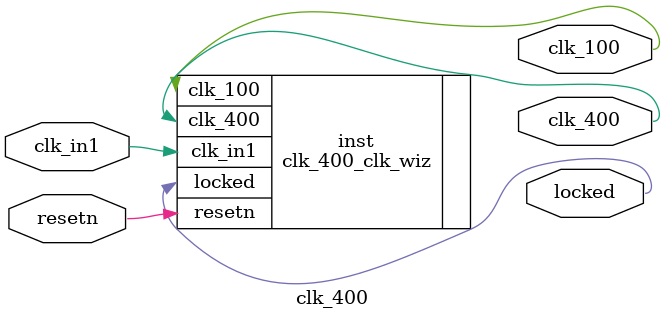
<source format=v>


`timescale 1ps/1ps

(* CORE_GENERATION_INFO = "clk_400,clk_wiz_v5_4_3_0,{component_name=clk_400,use_phase_alignment=true,use_min_o_jitter=false,use_max_i_jitter=false,use_dyn_phase_shift=false,use_inclk_switchover=false,use_dyn_reconfig=false,enable_axi=0,feedback_source=FDBK_AUTO,PRIMITIVE=MMCM,num_out_clk=2,clkin1_period=10.000,clkin2_period=10.000,use_power_down=false,use_reset=true,use_locked=true,use_inclk_stopped=false,feedback_type=SINGLE,CLOCK_MGR_TYPE=NA,manual_override=false}" *)

module clk_400 
 (
  // Clock out ports
  output        clk_400,
  output        clk_100,
  // Status and control signals
  input         resetn,
  output        locked,
 // Clock in ports
  input         clk_in1
 );

  clk_400_clk_wiz inst
  (
  // Clock out ports  
  .clk_400(clk_400),
  .clk_100(clk_100),
  // Status and control signals               
  .resetn(resetn), 
  .locked(locked),
 // Clock in ports
  .clk_in1(clk_in1)
  );

endmodule

</source>
